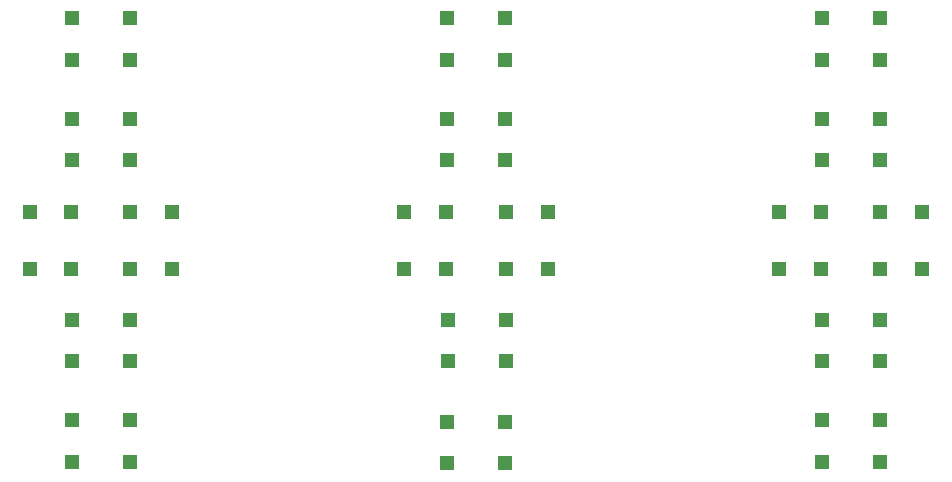
<source format=gtp>
%FSLAX25Y25*%
%MOIN*%
G70*
G01*
G75*
G04 Layer_Color=8421504*
%ADD10R,0.05906X0.05906*%
%ADD11R,0.05906X0.05906*%
%ADD12C,0.02500*%
%ADD13C,0.16500*%
%ADD14C,0.04000*%
%ADD15R,0.17716X0.12205*%
%ADD16R,0.08000X0.05000*%
%ADD17C,0.05000*%
%ADD18C,0.01000*%
%ADD19C,0.01200*%
%ADD20C,0.01500*%
%ADD21R,0.04906X0.04906*%
%ADD22R,0.04906X0.04906*%
D21*
X1252854Y942610D02*
D03*
Y956390D02*
D03*
X1272146Y942610D02*
D03*
Y956390D02*
D03*
X1252854Y909110D02*
D03*
Y922890D02*
D03*
X1272146Y909110D02*
D03*
Y922890D02*
D03*
X1252854Y842110D02*
D03*
Y855890D02*
D03*
X1272146Y842110D02*
D03*
Y855890D02*
D03*
X1252854Y808610D02*
D03*
Y822390D02*
D03*
X1272146Y808610D02*
D03*
Y822390D02*
D03*
X1127854Y942610D02*
D03*
Y956390D02*
D03*
X1147146Y942610D02*
D03*
Y956390D02*
D03*
X1127854Y909110D02*
D03*
Y922890D02*
D03*
X1147146Y909110D02*
D03*
Y922890D02*
D03*
X1128354Y842110D02*
D03*
Y855890D02*
D03*
X1147646Y842110D02*
D03*
Y855890D02*
D03*
X1127854Y808110D02*
D03*
Y821890D02*
D03*
X1147146Y808110D02*
D03*
Y821890D02*
D03*
X1002854Y942610D02*
D03*
Y956390D02*
D03*
X1022146Y942610D02*
D03*
Y956390D02*
D03*
X1002854Y909110D02*
D03*
Y922890D02*
D03*
X1022146Y909110D02*
D03*
Y922890D02*
D03*
X1002854Y842110D02*
D03*
Y855890D02*
D03*
X1022146Y842110D02*
D03*
Y855890D02*
D03*
X1002854Y808610D02*
D03*
Y822390D02*
D03*
X1022146Y808610D02*
D03*
Y822390D02*
D03*
D22*
X1252390Y872687D02*
D03*
X1238610D02*
D03*
X1252390Y891978D02*
D03*
X1238610D02*
D03*
X1286122Y872687D02*
D03*
X1272342D02*
D03*
X1286122Y891978D02*
D03*
X1272342D02*
D03*
X1127390Y872687D02*
D03*
X1113610D02*
D03*
X1127390Y891978D02*
D03*
X1113610D02*
D03*
X1161390Y872687D02*
D03*
X1147610D02*
D03*
X1161390Y891978D02*
D03*
X1147610D02*
D03*
X1002658Y872687D02*
D03*
X988878D02*
D03*
X1002658Y891978D02*
D03*
X988878D02*
D03*
X1036122Y872687D02*
D03*
X1022342D02*
D03*
X1036122Y891978D02*
D03*
X1022342D02*
D03*
M02*

</source>
